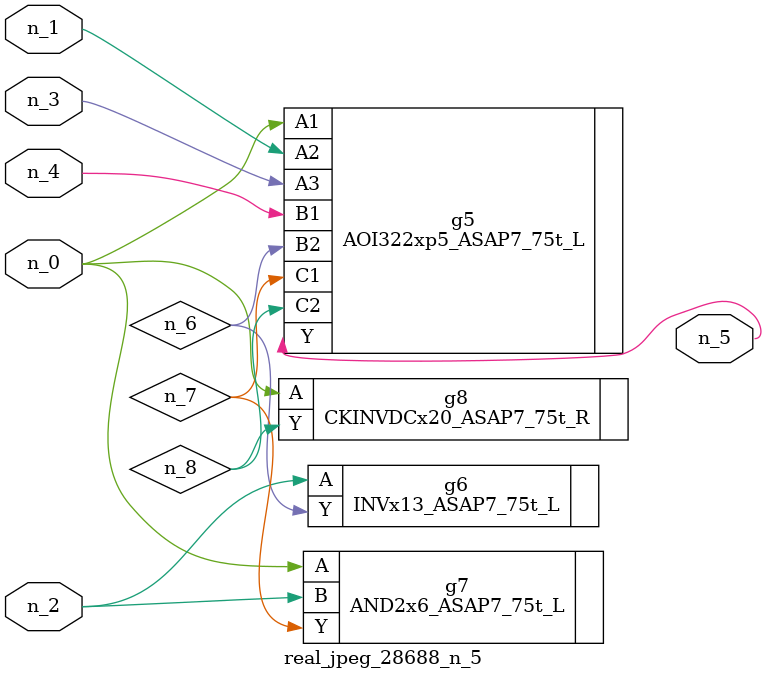
<source format=v>
module real_jpeg_28688_n_5 (n_4, n_0, n_1, n_2, n_3, n_5);

input n_4;
input n_0;
input n_1;
input n_2;
input n_3;

output n_5;

wire n_8;
wire n_6;
wire n_7;

AOI322xp5_ASAP7_75t_L g5 ( 
.A1(n_0),
.A2(n_1),
.A3(n_3),
.B1(n_4),
.B2(n_6),
.C1(n_7),
.C2(n_8),
.Y(n_5)
);

AND2x6_ASAP7_75t_L g7 ( 
.A(n_0),
.B(n_2),
.Y(n_7)
);

CKINVDCx20_ASAP7_75t_R g8 ( 
.A(n_0),
.Y(n_8)
);

INVx13_ASAP7_75t_L g6 ( 
.A(n_2),
.Y(n_6)
);


endmodule
</source>
